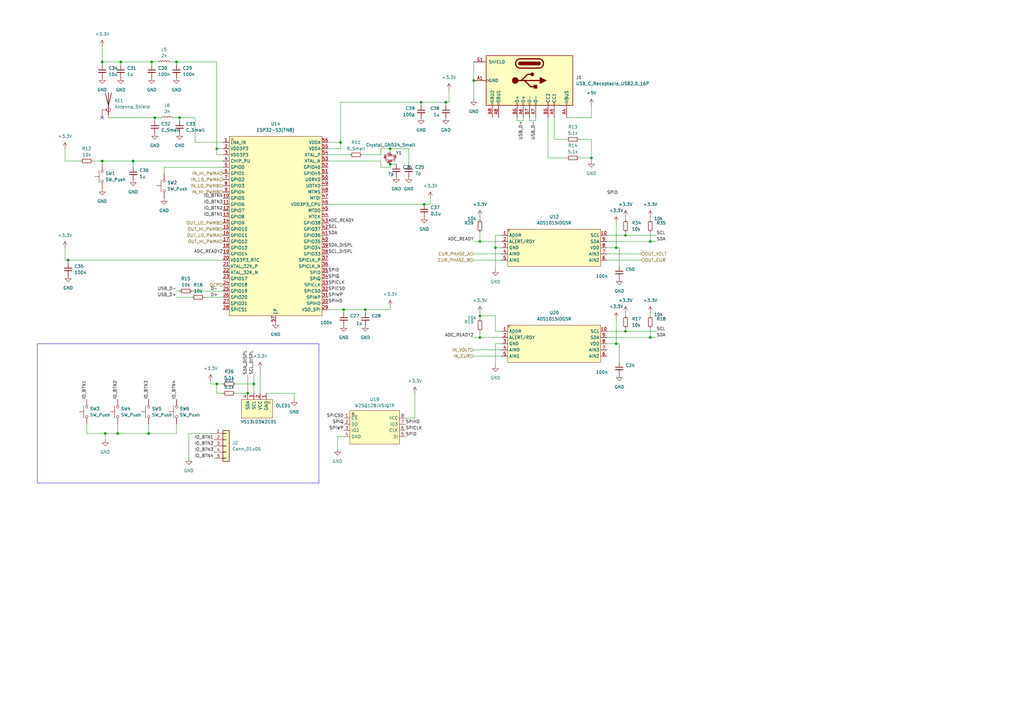
<source format=kicad_sch>
(kicad_sch (version 20231120) (generator "eeschema") (generator_version "8.0")
  (paper "A3")
  (lib_symbols
    (symbol "Connector:USB_C_Receptacle_USB2.0_16P" (pin_names (offset 1.016))
      (property "Reference" "J" (at 0 22.225 0))
      (property "Value" "USB_C_Receptacle_USB2.0_16P" (at 0 19.685 0))
      (symbol "USB_C_Receptacle_USB2.0_16P_1_1"
        (pin passive line (at 0 -22.86 90) (length 5.08) (name "GND") (number "A1"))
        (pin passive line (at 0 -22.86 90) (length 5.08) hide (name "GND") (number "A12"))
        (pin passive line (at 15.24 15.24 180) (length 5.08) (name "VBUS") (number "A4"))
        (pin bidirectional line (at 15.24 10.16 180) (length 5.08) (name "CC1") (number "A5"))
        (pin bidirectional line (at 15.24 -2.54 180) (length 5.08) (name "D+") (number "A6"))
        (pin bidirectional line (at 15.24 2.54 180) (length 5.08) (name "D-") (number "A7"))
        (pin bidirectional line (at 15.24 -12.7 180) (length 5.08) (name "SBU1") (number "A8"))
        (pin passive line (at 15.24 15.24 180) (length 5.08) hide (name "VBUS") (number "A9"))
        (pin passive line (at 0 -22.86 90) (length 5.08) hide (name "GND") (number "B1"))
        (pin passive line (at 0 -22.86 90) (length 5.08) hide (name "GND") (number "B12"))
        (pin passive line (at 15.24 15.24 180) (length 5.08) hide (name "VBUS") (number "B4"))
        (pin bidirectional line (at 15.24 7.62 180) (length 5.08) (name "CC2") (number "B5"))
        (pin bidirectional line (at 15.24 -5.08 180) (length 5.08) (name "D+") (number "B6"))
        (pin bidirectional line (at 15.24 0 180) (length 5.08) (name "D-") (number "B7"))
        (pin bidirectional line (at 15.24 -15.24 180) (length 5.08) (name "SBU2") (number "B8"))
        (pin passive line (at 15.24 15.24 180) (length 5.08) hide (name "VBUS") (number "B9"))
        (pin passive line (at -7.62 -22.86 90) (length 5.08) (name "SHIELD") (number "S1"))
      )
    )
    (symbol "Connector_Generic:Conn_01x05" (pin_names (offset 1.016) hide)
      (property "Reference" "J" (at 0 7.62 0))
      (property "Value" "Conn_01x05" (at 0 -7.62 0))
      (symbol "Conn_01x05_1_1"
        (pin passive line (at -5.08 5.08 0) (length 3.81) (name "Pin_1") (number "1"))
        (pin passive line (at -5.08 2.54 0) (length 3.81) (name "Pin_2") (number "2"))
        (pin passive line (at -5.08 0 0) (length 3.81) (name "Pin_3") (number "3"))
        (pin passive line (at -5.08 -2.54 0) (length 3.81) (name "Pin_4") (number "4"))
        (pin passive line (at -5.08 -5.08 0) (length 3.81) (name "Pin_5") (number "5"))
      )
    )
    (symbol "Device:Antenna_Shield" (pin_numbers hide) (pin_names (offset 1.016) hide)
      (property "Reference" "AE" (at -1.905 4.445 0))
      (property "Value" "Antenna_Shield" (at -1.905 2.54 0))
      (symbol "Antenna_Shield_1_1"
        (pin input line (at 0 -5.08 90) (length 2.54) (name "A") (number "1"))
        (pin input line (at 2.54 -5.08 90) (length 2.54) (name "Shield") (number "2"))
      )
    )
    (symbol "Device:C_Small" (pin_numbers hide) (pin_names (offset 0.254) hide)
      (property "Reference" "C" (at 0.254 1.778 0))
      (property "Value" "C_Small" (at 0.254 -2.032 0))
      (symbol "C_Small_1_1"
        (pin passive line (at 0 2.54 270) (length 2.032) (name "~") (number "1"))
        (pin passive line (at 0 -2.54 90) (length 2.032) (name "~") (number "2"))
      )
    )
    (symbol "Device:Crystal_GND24_Small" (pin_names (offset 1.016) hide)
      (property "Reference" "Y" (at 1.27 4.445 0))
      (property "Value" "Crystal_GND24_Small" (at 1.27 2.54 0))
      (symbol "Crystal_GND24_Small_1_1"
        (pin passive line (at -2.54 0 0) (length 1.27) (name "1") (number "1"))
        (pin passive line (at 0 -2.54 90) (length 0.635) (name "2") (number "2"))
        (pin passive line (at 2.54 0 180) (length 1.27) (name "3") (number "3"))
        (pin passive line (at 0 2.54 270) (length 0.635) (name "4") (number "4"))
      )
    )
    (symbol "Device:L_Small" (pin_numbers hide) (pin_names (offset 0.254) hide)
      (property "Reference" "L" (at 0.762 1.016 0))
      (property "Value" "L_Small" (at 0.762 -1.016 0))
      (symbol "L_Small_1_1"
        (pin passive line (at 0 2.54 270) (length 0.508) (name "~") (number "1"))
        (pin passive line (at 0 -2.54 90) (length 0.508) (name "~") (number "2"))
      )
    )
    (symbol "Device:R_Small" (pin_numbers hide) (pin_names (offset 0.254) hide)
      (property "Reference" "R" (at 0.762 0.508 0))
      (property "Value" "R_Small" (at 0.762 -1.016 0))
      (symbol "R_Small_1_1"
        (pin passive line (at 0 2.54 270) (length 0.762) (name "~") (number "1"))
        (pin passive line (at 0 -2.54 90) (length 0.762) (name "~") (number "2"))
      )
    )
    (symbol "Switch:SW_Push" (pin_numbers hide) (pin_names (offset 1.016) hide)
      (property "Reference" "SW" (at 1.27 2.54 0))
      (property "Value" "SW_Push" (at 0 -1.524 0))
      (symbol "SW_Push_0_1"
        (pin passive line (at -5.08 0 0) (length 2.54) (name "1") (number "1"))
        (pin passive line (at 5.08 0 180) (length 2.54) (name "2") (number "2"))
      )
    )
    (symbol "easyeda2kicad:ADS1015IDGSR"
      (property "Reference" "U" (at 0 10.16 0))
      (property "Value" "ADS1015IDGSR" (at 0 -10.16 0))
      (symbol "ADS1015IDGSR_0_1"
        (pin unspecified line (at -21.59 5.08 0) (length 2.54) (name "ADDR") (number "1"))
        (pin unspecified line (at 21.59 5.08 180) (length 2.54) (name "SCL") (number "10"))
        (pin unspecified line (at -21.59 2.54 0) (length 2.54) (name "ALERT/RDY") (number "2"))
        (pin unspecified line (at -21.59 0 0) (length 2.54) (name "GND") (number "3"))
        (pin unspecified line (at -21.59 -2.54 0) (length 2.54) (name "AIN0") (number "4"))
        (pin unspecified line (at -21.59 -5.08 0) (length 2.54) (name "AIN1") (number "5"))
        (pin unspecified line (at 21.59 -5.08 180) (length 2.54) (name "AIN2") (number "6"))
        (pin unspecified line (at 21.59 -2.54 180) (length 2.54) (name "AIN3") (number "7"))
        (pin unspecified line (at 21.59 0 180) (length 2.54) (name "VDD") (number "8"))
        (pin unspecified line (at 21.59 2.54 180) (length 2.54) (name "SDA") (number "9"))
      )
    )
    (symbol "easyeda2kicad:ESP32-S3(FN8)"
      (property "Reference" "U" (at 0 39.37 0))
      (property "Value" "ESP32-S3(FN8)" (at 0 -44.45 0))
      (symbol "ESP32-S3(FN8)_0_1"
        (pin unspecified line (at -21.59 34.29 0) (length 2.54) (name "LNA_IN") (number "1"))
        (pin unspecified line (at -21.59 11.43 0) (length 2.54) (name "GPIO5") (number "10"))
        (pin unspecified line (at -21.59 8.89 0) (length 2.54) (name "GPIO6") (number "11"))
        (pin unspecified line (at -21.59 6.35 0) (length 2.54) (name "GPIO7") (number "12"))
        (pin unspecified line (at -21.59 3.81 0) (length 2.54) (name "GPIO8") (number "13"))
        (pin unspecified line (at -21.59 1.27 0) (length 2.54) (name "GPIO9") (number "14"))
        (pin unspecified line (at -21.59 -1.27 0) (length 2.54) (name "GPIO10") (number "15"))
        (pin unspecified line (at -21.59 -3.81 0) (length 2.54) (name "GPIO11") (number "16"))
        (pin unspecified line (at -21.59 -6.35 0) (length 2.54) (name "GPIO12") (number "17"))
        (pin unspecified line (at -21.59 -8.89 0) (length 2.54) (name "GPIO13") (number "18"))
        (pin unspecified line (at -21.59 -11.43 0) (length 2.54) (name "GPIO14") (number "19"))
        (pin unspecified line (at -21.59 31.75 0) (length 2.54) (name "VDD3P3") (number "2"))
        (pin unspecified line (at -21.59 -13.97 0) (length 2.54) (name "VDD3P3_RTC") (number "20"))
        (pin unspecified line (at -21.59 -16.51 0) (length 2.54) (name "XTAL_32K_P") (number "21"))
        (pin unspecified line (at -21.59 -19.05 0) (length 2.54) (name "XTAL_32K_N") (number "22"))
        (pin unspecified line (at -21.59 -21.59 0) (length 2.54) (name "GPIO17") (number "23"))
        (pin unspecified line (at -21.59 -24.13 0) (length 2.54) (name "GPIO18") (number "24"))
        (pin unspecified line (at -21.59 -26.67 0) (length 2.54) (name "GPIO19") (number "25"))
        (pin unspecified line (at -21.59 -29.21 0) (length 2.54) (name "GPIO20") (number "26"))
        (pin unspecified line (at -21.59 -31.75 0) (length 2.54) (name "GPIO21") (number "27"))
        (pin unspecified line (at -21.59 -34.29 0) (length 2.54) (name "SPICS1") (number "28"))
        (pin unspecified line (at 21.59 -34.29 180) (length 2.54) (name "VDD_SPI") (number "29"))
        (pin unspecified line (at -21.59 29.21 0) (length 2.54) (name "VDD3P3") (number "3"))
        (pin unspecified line (at 21.59 -31.75 180) (length 2.54) (name "SPIHD") (number "30"))
        (pin unspecified line (at 21.59 -29.21 180) (length 2.54) (name "SPIWP") (number "31"))
        (pin unspecified line (at 21.59 -26.67 180) (length 2.54) (name "SPICS0") (number "32"))
        (pin unspecified line (at 21.59 -24.13 180) (length 2.54) (name "SPICLK") (number "33"))
        (pin unspecified line (at 21.59 -21.59 180) (length 2.54) (name "SPIQ") (number "34"))
        (pin unspecified line (at 21.59 -19.05 180) (length 2.54) (name "SPID") (number "35"))
        (pin unspecified line (at 21.59 -16.51 180) (length 2.54) (name "SPICLK_N") (number "36"))
        (pin unspecified line (at 21.59 -13.97 180) (length 2.54) (name "SPICLK_P") (number "37"))
        (pin unspecified line (at 21.59 -11.43 180) (length 2.54) (name "GPIO33") (number "38"))
        (pin unspecified line (at 21.59 -8.89 180) (length 2.54) (name "GPIO34") (number "39"))
        (pin unspecified line (at -21.59 26.67 0) (length 2.54) (name "CHIP_PU") (number "4"))
        (pin unspecified line (at 21.59 -6.35 180) (length 2.54) (name "GPIO35") (number "40"))
        (pin unspecified line (at 21.59 -3.81 180) (length 2.54) (name "GPIO36") (number "41"))
        (pin unspecified line (at 21.59 -1.27 180) (length 2.54) (name "GPIO37") (number "42"))
        (pin unspecified line (at 21.59 1.27 180) (length 2.54) (name "GPIO38") (number "43"))
        (pin unspecified line (at 21.59 3.81 180) (length 2.54) (name "MTCK") (number "44"))
        (pin unspecified line (at 21.59 6.35 180) (length 2.54) (name "MTDO") (number "45"))
        (pin unspecified line (at 21.59 8.89 180) (length 2.54) (name "VDD3P3_CPU") (number "46"))
        (pin unspecified line (at 21.59 11.43 180) (length 2.54) (name "MTDI") (number "47"))
        (pin unspecified line (at 21.59 13.97 180) (length 2.54) (name "MTMS") (number "48"))
        (pin unspecified line (at 21.59 16.51 180) (length 2.54) (name "U0TXD") (number "49"))
        (pin unspecified line (at -21.59 24.13 0) (length 2.54) (name "GPIO0") (number "5"))
        (pin unspecified line (at 21.59 19.05 180) (length 2.54) (name "U0RXD") (number "50"))
        (pin unspecified line (at 21.59 21.59 180) (length 2.54) (name "GPIO45") (number "51"))
        (pin unspecified line (at 21.59 24.13 180) (length 2.54) (name "GPIO46") (number "52"))
        (pin unspecified line (at 21.59 26.67 180) (length 2.54) (name "XTAL_N") (number "53"))
        (pin unspecified line (at 21.59 29.21 180) (length 2.54) (name "XTAL_P") (number "54"))
        (pin unspecified line (at 21.59 31.75 180) (length 2.54) (name "VDDA") (number "55"))
        (pin unspecified line (at 21.59 34.29 180) (length 2.54) (name "VDDA") (number "56"))
        (pin unspecified line (at 0 -39.37 90) (length 2.54) (name "EP") (number "57"))
        (pin unspecified line (at -21.59 21.59 0) (length 2.54) (name "GPIO1") (number "6"))
        (pin unspecified line (at -21.59 19.05 0) (length 2.54) (name "GPIO2") (number "7"))
        (pin unspecified line (at -21.59 16.51 0) (length 2.54) (name "GPIO3") (number "8"))
        (pin unspecified line (at -21.59 13.97 0) (length 2.54) (name "GPIO4") (number "9"))
      )
    )
    (symbol "easyeda2kicad:HS13L03W2C01"
      (property "Reference" "OLED" (at 0 8.89 0))
      (property "Value" "HS13L03W2C01" (at 0 -8.89 0))
      (symbol "HS13L03W2C01_0_1"
        (pin unspecified line (at -5.08 3.81 0) (length 2.54) (name "GND") (number "1"))
        (pin unspecified line (at -5.08 1.27 0) (length 2.54) (name "VCC") (number "2"))
        (pin unspecified line (at -5.08 -1.27 0) (length 2.54) (name "SCL") (number "3"))
        (pin unspecified line (at -5.08 -3.81 0) (length 2.54) (name "SDA") (number "4"))
      )
    )
    (symbol "easyeda2kicad:W25Q128JVSIQTR"
      (property "Reference" "U" (at 0 8.89 0))
      (property "Value" "W25Q128JVSIQTR" (at 0 -8.89 0))
      (symbol "W25Q128JVSIQTR_0_1"
        (pin unspecified line (at -12.7 3.81 0) (length 2.54) (name "~{CS}") (number "1"))
        (pin unspecified line (at -12.7 1.27 0) (length 2.54) (name "DO") (number "2"))
        (pin unspecified line (at -12.7 -1.27 0) (length 2.54) (name "IO2") (number "3"))
        (pin unspecified line (at -12.7 -3.81 0) (length 2.54) (name "GND") (number "4"))
        (pin unspecified line (at 12.7 -3.81 180) (length 2.54) (name "DI") (number "5"))
        (pin unspecified line (at 12.7 -1.27 180) (length 2.54) (name "CLK") (number "6"))
        (pin unspecified line (at 12.7 1.27 180) (length 2.54) (name "IO3") (number "7"))
        (pin unspecified line (at 12.7 3.81 180) (length 2.54) (name "VCC") (number "8"))
      )
    )
    (symbol "power:+12V" (power) (pin_numbers hide) (pin_names (offset 0) hide)
      (property "Value" "+12V" (at 0 3.556 0))
      (symbol "+12V_1_1"
        (pin power_in line (at 0 0 90) (length 0) (name "~") (number "1"))
      )
    )
    (symbol "power:+3.3V" (power) (pin_numbers hide) (pin_names (offset 0) hide)
      (property "Value" "+3.3V" (at 0 3.556 0))
      (symbol "+3.3V_1_1"
        (pin power_in line (at 0 0 90) (length 0) (name "~") (number "1"))
      )
    )
    (symbol "power:GND" (power) (pin_numbers hide) (pin_names (offset 0) hide)
      (property "Value" "GND" (at 0 -3.81 0))
      (symbol "GND_1_1"
        (pin power_in line (at 0 0 270) (length 0) (name "~") (number "1"))
      )
    )
  )
  (junction (at 182.88 41.91))
  (junction (at 160.02 60.96))
  (junction (at 60.96 177.8))
  (junction (at 27.94 106.68))
  (junction (at 49.53 25.4))
  (junction (at 172.72 41.91))
  (junction (at 101.6 161.29))
  (junction (at 252.73 140.97))
  (junction (at 149.86 127))
  (junction (at 196.85 138.43))
  (junction (at 160.02 67.31))
  (junction (at 73.66 48.26))
  (junction (at 72.39 25.4))
  (junction (at 88.9 157.48))
  (junction (at 266.7 138.43))
  (junction (at 140.97 127))
  (junction (at 88.9 60.96))
  (junction (at 256.54 96.52))
  (junction (at 242.57 64.77))
  (junction (at 256.54 135.89))
  (junction (at 139.7 58.42))
  (junction (at 196.85 129.54))
  (junction (at 194.31 33.02))
  (junction (at 62.23 25.4))
  (junction (at 173.99 83.82))
  (junction (at 196.85 99.06))
  (junction (at 43.18 177.8))
  (junction (at 41.91 66.04))
  (junction (at 41.91 25.4))
  (junction (at 266.7 99.06))
  (junction (at 48.26 177.8))
  (junction (at 252.73 101.6))
  (junction (at 54.61 66.04))
  (junction (at 203.2 101.6))
  (junction (at 63.5 48.26))
  (junction (at 104.14 157.48))
  (no_connect (at 41.91 48.26))
  (wire (pts (xy 256.54 95.25) (xy 256.54 96.52)))
  (wire (pts (xy 248.92 101.6) (xy 252.73 101.6)))
  (wire (pts (xy 227.33 57.15) (xy 232.41 57.15)))
  (wire (pts (xy 262.89 104.14) (xy 248.92 104.14)))
  (wire (pts (xy 196.85 88.9) (xy 196.85 90.17)))
  (wire (pts (xy 227.33 48.26) (xy 227.33 57.15)))
  (wire (pts (xy 77.47 177.8) (xy 87.63 177.8)))
  (wire (pts (xy 248.92 135.89) (xy 256.54 135.89)))
  (wire (pts (xy 43.18 177.8) (xy 48.26 177.8)))
  (wire (pts (xy 196.85 138.43) (xy 194.31 138.43)))
  (wire (pts (xy 91.44 157.48) (xy 88.9 157.48)))
  (wire (pts (xy 248.92 96.52) (xy 256.54 96.52)))
  (wire (pts (xy 160.02 60.96) (xy 167.64 60.96)))
  (wire (pts (xy 44.45 48.26) (xy 63.5 48.26)))
  (wire (pts (xy 49.53 25.4) (xy 49.53 26.67)))
  (wire (pts (xy 203.2 135.89) (xy 203.2 129.54)))
  (wire (pts (xy 149.86 127) (xy 160.02 127)))
  (wire (pts (xy 172.72 41.91) (xy 182.88 41.91)))
  (wire (pts (xy 242.57 64.77) (xy 242.57 57.15)))
  (wire (pts (xy 67.31 68.58) (xy 91.44 68.58)))
  (wire (pts (xy 182.88 41.91) (xy 184.15 41.91)))
  (wire (pts (xy 160.02 68.58) (xy 156.21 68.58)))
  (wire (pts (xy 139.7 41.91) (xy 172.72 41.91)))
  (wire (pts (xy 194.31 143.51) (xy 205.74 143.51)))
  (wire (pts (xy 72.39 121.92) (xy 78.74 121.92)))
  (wire (pts (xy 242.57 43.18) (xy 242.57 48.26)))
  (wire (pts (xy 91.44 106.68) (xy 27.94 106.68)))
  (wire (pts (xy 214.63 49.53) (xy 214.63 48.26)))
  (wire (pts (xy 49.53 25.4) (xy 41.91 25.4)))
  (wire (pts (xy 78.74 119.38) (xy 91.44 119.38)))
  (wire (pts (xy 205.74 101.6) (xy 203.2 101.6)))
  (wire (pts (xy 66.04 48.26) (xy 63.5 48.26)))
  (wire (pts (xy 266.7 95.25) (xy 266.7 99.06)))
  (wire (pts (xy 63.5 48.26) (xy 63.5 49.53)))
  (wire (pts (xy 54.61 66.04) (xy 54.61 68.58)))
  (wire (pts (xy 134.62 60.96) (xy 139.7 60.96)))
  (wire (pts (xy 194.31 106.68) (xy 205.74 106.68)))
  (wire (pts (xy 72.39 25.4) (xy 88.9 25.4)))
  (wire (pts (xy 60.96 177.8) (xy 72.39 177.8)))
  (wire (pts (xy 38.1 66.04) (xy 41.91 66.04)))
  (wire (pts (xy 196.85 135.89) (xy 196.85 138.43)))
  (wire (pts (xy 224.79 48.26) (xy 224.79 64.77)))
  (wire (pts (xy 139.7 41.91) (xy 139.7 58.42)))
  (wire (pts (xy 88.9 63.5) (xy 88.9 60.96)))
  (wire (pts (xy 203.2 101.6) (xy 203.2 110.49)))
  (wire (pts (xy 256.54 128.27) (xy 256.54 129.54)))
  (wire (pts (xy 194.31 146.05) (xy 205.74 146.05)))
  (wire (pts (xy 72.39 25.4) (xy 72.39 26.67)))
  (wire (pts (xy 160.02 67.31) (xy 162.56 67.31)))
  (wire (pts (xy 67.31 71.12) (xy 67.31 68.58)))
  (wire (pts (xy 134.62 63.5) (xy 143.51 63.5)))
  (wire (pts (xy 248.92 138.43) (xy 266.7 138.43)))
  (wire (pts (xy 83.82 121.92) (xy 91.44 121.92)))
  (wire (pts (xy 62.23 25.4) (xy 49.53 25.4)))
  (wire (pts (xy 91.44 63.5) (xy 88.9 63.5)))
  (wire (pts (xy 217.17 49.53) (xy 219.71 49.53)))
  (wire (pts (xy 43.18 177.8) (xy 43.18 180.34)))
  (wire (pts (xy 166.37 171.45) (xy 170.18 171.45)))
  (wire (pts (xy 148.59 63.5) (xy 156.21 63.5)))
  (wire (pts (xy 140.97 127) (xy 149.86 127)))
  (wire (pts (xy 88.9 25.4) (xy 88.9 60.96)))
  (wire (pts (xy 27.94 106.68) (xy 27.94 107.95)))
  (wire (pts (xy 35.56 177.8) (xy 43.18 177.8)))
  (wire (pts (xy 26.67 101.6) (xy 26.67 106.68)))
  (wire (pts (xy 156.21 66.04) (xy 156.21 68.58)))
  (wire (pts (xy 167.64 67.31) (xy 167.64 60.96)))
  (wire (pts (xy 170.18 171.45) (xy 170.18 161.29)))
  (wire (pts (xy 134.62 58.42) (xy 139.7 58.42)))
  (wire (pts (xy 256.54 135.89) (xy 269.24 135.89)))
  (wire (pts (xy 252.73 140.97) (xy 254 140.97)))
  (wire (pts (xy 205.74 140.97) (xy 203.2 140.97)))
  (wire (pts (xy 160.02 60.96) (xy 160.02 62.23)))
  (wire (pts (xy 212.09 48.26) (xy 212.09 49.53)))
  (wire (pts (xy 224.79 64.77) (xy 232.41 64.77)))
  (wire (pts (xy 77.47 177.8) (xy 77.47 187.96)))
  (wire (pts (xy 196.85 99.06) (xy 194.31 99.06)))
  (wire (pts (xy 41.91 25.4) (xy 41.91 26.67)))
  (wire (pts (xy 64.77 25.4) (xy 62.23 25.4)))
  (wire (pts (xy 196.85 95.25) (xy 196.85 99.06)))
  (wire (pts (xy 88.9 60.96) (xy 91.44 60.96)))
  (wire (pts (xy 88.9 161.29) (xy 88.9 157.48)))
  (wire (pts (xy 254 101.6) (xy 254 109.22)))
  (wire (pts (xy 86.36 157.48) (xy 86.36 156.21)))
  (wire (pts (xy 205.74 135.89) (xy 203.2 135.89)))
  (wire (pts (xy 172.72 41.91) (xy 172.72 43.18)))
  (wire (pts (xy 91.44 58.42) (xy 80.01 58.42)))
  (wire (pts (xy 62.23 25.4) (xy 62.23 26.67)))
  (wire (pts (xy 96.52 161.29) (xy 101.6 161.29)))
  (wire (pts (xy 254 140.97) (xy 254 148.59)))
  (wire (pts (xy 196.85 128.27) (xy 196.85 129.54)))
  (wire (pts (xy 35.56 173.99) (xy 35.56 177.8)))
  (wire (pts (xy 205.74 99.06) (xy 196.85 99.06)))
  (wire (pts (xy 139.7 60.96) (xy 139.7 58.42)))
  (wire (pts (xy 120.65 161.29) (xy 120.65 163.83)))
  (wire (pts (xy 80.01 58.42) (xy 80.01 48.26)))
  (wire (pts (xy 242.57 66.04) (xy 242.57 64.77)))
  (wire (pts (xy 217.17 48.26) (xy 217.17 49.53)))
  (wire (pts (xy 203.2 140.97) (xy 203.2 149.86)))
  (wire (pts (xy 106.68 151.13) (xy 106.68 161.29)))
  (wire (pts (xy 252.73 140.97) (xy 252.73 130.81)))
  (wire (pts (xy 134.62 66.04) (xy 156.21 66.04)))
  (wire (pts (xy 72.39 177.8) (xy 72.39 173.99)))
  (wire (pts (xy 232.41 48.26) (xy 242.57 48.26)))
  (wire (pts (xy 156.21 63.5) (xy 156.21 60.96)))
  (wire (pts (xy 176.53 83.82) (xy 176.53 81.28)))
  (wire (pts (xy 104.14 153.67) (xy 104.14 157.48)))
  (wire (pts (xy 71.12 48.26) (xy 73.66 48.26)))
  (wire (pts (xy 212.09 49.53) (xy 214.63 49.53)))
  (wire (pts (xy 41.91 19.05) (xy 41.91 25.4)))
  (wire (pts (xy 203.2 96.52) (xy 203.2 101.6)))
  (wire (pts (xy 266.7 99.06) (xy 269.24 99.06)))
  (wire (pts (xy 266.7 88.9) (xy 266.7 90.17)))
  (wire (pts (xy 160.02 67.31) (xy 160.02 68.58)))
  (wire (pts (xy 173.99 83.82) (xy 176.53 83.82)))
  (wire (pts (xy 109.22 161.29) (xy 120.65 161.29)))
  (wire (pts (xy 41.91 66.04) (xy 41.91 67.31)))
  (wire (pts (xy 54.61 66.04) (xy 41.91 66.04)))
  (wire (pts (xy 184.15 36.83) (xy 184.15 41.91)))
  (wire (pts (xy 80.01 48.26) (xy 73.66 48.26)))
  (wire (pts (xy 134.62 83.82) (xy 173.99 83.82)))
  (wire (pts (xy 194.31 33.02) (xy 194.31 40.64)))
  (wire (pts (xy 219.71 48.26) (xy 219.71 49.53)))
  (wire (pts (xy 101.6 153.67) (xy 101.6 161.29)))
  (wire (pts (xy 194.31 25.4) (xy 194.31 33.02)))
  (wire (pts (xy 91.44 161.29) (xy 88.9 161.29)))
  (wire (pts (xy 205.74 138.43) (xy 196.85 138.43)))
  (wire (pts (xy 237.49 64.77) (xy 242.57 64.77)))
  (wire (pts (xy 149.86 127) (xy 149.86 128.27)))
  (wire (pts (xy 104.14 157.48) (xy 104.14 161.29)))
  (wire (pts (xy 140.97 127) (xy 140.97 128.27)))
  (wire (pts (xy 266.7 138.43) (xy 269.24 138.43)))
  (wire (pts (xy 248.92 140.97) (xy 252.73 140.97)))
  (wire (pts (xy 256.54 96.52) (xy 269.24 96.52)))
  (wire (pts (xy 73.66 48.26) (xy 73.66 49.53)))
  (wire (pts (xy 54.61 66.04) (xy 91.44 66.04)))
  (wire (pts (xy 256.54 88.9) (xy 256.54 90.17)))
  (wire (pts (xy 205.74 96.52) (xy 203.2 96.52)))
  (wire (pts (xy 160.02 127) (xy 160.02 125.73)))
  (wire (pts (xy 196.85 130.81) (xy 196.85 129.54)))
  (wire (pts (xy 252.73 101.6) (xy 254 101.6)))
  (wire (pts (xy 134.62 127) (xy 140.97 127)))
  (wire (pts (xy 48.26 177.8) (xy 60.96 177.8)))
  (wire (pts (xy 194.31 104.14) (xy 205.74 104.14)))
  (wire (pts (xy 27.94 106.68) (xy 26.67 106.68)))
  (wire (pts (xy 26.67 66.04) (xy 26.67 60.96)))
  (wire (pts (xy 256.54 134.62) (xy 256.54 135.89)))
  (wire (pts (xy 72.39 119.38) (xy 73.66 119.38)))
  (wire (pts (xy 156.21 60.96) (xy 160.02 60.96)))
  (wire (pts (xy 182.88 41.91) (xy 182.88 43.18)))
  (wire (pts (xy 140.97 179.07) (xy 138.43 179.07)))
  (wire (pts (xy 266.7 134.62) (xy 266.7 138.43)))
  (wire (pts (xy 48.26 173.99) (xy 48.26 177.8)))
  (wire (pts (xy 203.2 129.54) (xy 196.85 129.54)))
  (wire (pts (xy 33.02 66.04) (xy 26.67 66.04)))
  (wire (pts (xy 69.85 25.4) (xy 72.39 25.4)))
  (wire (pts (xy 262.89 106.68) (xy 248.92 106.68)))
  (wire (pts (xy 96.52 157.48) (xy 104.14 157.48)))
  (wire (pts (xy 242.57 57.15) (xy 237.49 57.15)))
  (wire (pts (xy 248.92 99.06) (xy 266.7 99.06)))
  (wire (pts (xy 60.96 173.99) (xy 60.96 177.8)))
  (wire (pts (xy 266.7 128.27) (xy 266.7 129.54)))
  (wire (pts (xy 88.9 157.48) (xy 86.36 157.48)))
  (wire (pts (xy 252.73 101.6) (xy 252.73 91.44)))
  (wire (pts (xy 138.43 179.07) (xy 138.43 184.15)))
  (rectangle (start 15.24 140.97) (end 130.81 198.12))
  (label "IO_BTN3" (at 87.63 185.42 180))
  (label "SDA_DISPL" (at 134.62 101.6 0))
  (label "SPICS0" (at 140.97 171.45 180))
  (label "IO_BTN1" (at 35.56 163.83 90))
  (label "IO_BTN2" (at 48.26 163.83 90))
  (label "IO_BTN1" (at 91.44 88.9 180))
  (label "SPICLK" (at 134.62 116.84 0))
  (label "SDA_DISPL" (at 101.6 153.67 90))
  (label "SPIWP" (at 140.97 176.53 180))
  (label "SPID" (at 248.92 80.01 0))
  (label "SPIQ" (at 134.62 114.3 0))
  (label "SCL" (at 269.24 96.52 0))
  (label "USB_D-" (at 219.71 49.53 270))
  (label "SPID" (at 166.37 179.07 0))
  (label "ADC_READY2" (at 194.31 138.43 180))
  (label "IO_BTN3" (at 60.96 163.83 90))
  (label "IO_BTN4" (at 87.63 187.96 180))
  (label "SCL" (at 134.62 93.98 0))
  (label "SDA" (at 269.24 138.43 0))
  (label "SCL" (at 269.24 135.89 0))
  (label "SPICLK" (at 166.37 176.53 0))
  (label "ADC_READY" (at 134.62 91.44 0))
  (label "SPIHD" (at 166.37 173.99 0))
  (label "IO_BTN2" (at 87.63 182.88 180))
  (label "D-" (at 86.36 119.38 0))
  (label "ADC_READY2" (at 91.44 104.14 180))
  (label "SPICS0" (at 134.62 119.38 0))
  (label "SPID" (at 134.62 111.76 0))
  (label "IO_BTN1" (at 87.63 180.34 180))
  (label "IO_BTN2" (at 91.44 86.36 180))
  (label "USB_D-" (at 72.39 119.38 180))
  (label "SCL_DISPL" (at 134.62 104.14 0))
  (label "IO_BTN4" (at 72.39 163.83 90))
  (label "ADC_READY" (at 194.31 99.06 180))
  (label "SDA" (at 134.62 96.52 0))
  (label "SDA" (at 269.24 99.06 0))
  (label "SCL_DISPL" (at 104.14 153.67 90))
  (label "IO_BTN4" (at 91.44 81.28 180))
  (label "SPIQ" (at 140.97 173.99 180))
  (label "SPIWP" (at 134.62 121.92 0))
  (label "USB_D+" (at 72.39 121.92 180))
  (label "D+" (at 86.36 121.92 0))
  (label "SPIHD" (at 134.62 124.46 0))
  (label "IO_BTN3" (at 91.44 83.82 180))
  (label "USB_D+" (at 214.63 49.53 270))
  (hierarchical_label "OUT_CUR" (shape input) (at 262.89 106.68 0))
  (hierarchical_label "IN_HI_PWMA" (shape input) (at 91.44 71.12 180))
  (hierarchical_label "CUR_PHASE_A" (shape input) (at 194.31 104.14 180))
  (hierarchical_label "OUT_LO_PWMB" (shape input) (at 91.44 91.44 180))
  (hierarchical_label "OUT_LO_PWMA" (shape input) (at 91.44 96.52 180))
  (hierarchical_label "IN_LO_PWMB" (shape input) (at 91.44 76.2 180))
  (hierarchical_label "IN_LO_PWMA" (shape input) (at 91.44 73.66 180))
  (hierarchical_label "IN_CUR" (shape input) (at 194.31 146.05 180))
  (hierarchical_label "OUT_VOLT" (shape input) (at 262.89 104.14 0))
  (hierarchical_label "CUR_PHASE_B" (shape input) (at 194.31 106.68 180))
  (hierarchical_label "OUT_HI_PWMB" (shape input) (at 91.44 93.98 180))
  (hierarchical_label "IN_HI_PWMB" (shape input) (at 91.44 78.74 180))
  (hierarchical_label "OCP" (shape input) (at 91.44 116.84 180))
  (hierarchical_label "IN_VOLT" (shape input) (at 194.31 143.51 180))
  (hierarchical_label "OUT_HI_PWMA" (shape input) (at 91.44 99.06 180))
  (symbol (lib_id "power:GND") (at 120.65 163.83 0) (unit 1)
    (property "Reference" "#PWR075" (effects (hide yes)))
    (property "Value" "GND" (at 120.65 168.91 0))
    (property "Description" "Power symbol creates a global label with name \"GND\" , ground" (effects (hide yes)))
  )
  (symbol (lib_id "power:GND") (at 54.61 73.66 0) (unit 1)
    (property "Reference" "#PWR051" (effects (hide yes)))
    (property "Value" "GND" (at 54.61 78.74 0))
    (property "Description" "Power symbol creates a global label with name \"GND\" , ground" (effects (hide yes)))
  )
  (symbol (lib_id "power:+3.3V") (at 106.68 151.13 0) (mirror y) (unit 1)
    (property "Reference" "#PWR076" (effects (hide yes)))
    (property "Value" "+3.3V" (at 106.68 146.05 0))
    (property "Description" "Power symbol creates a global label with name \"+3.3V\"" (effects (hide yes)))
  )
  (symbol (lib_id "power:GND") (at 203.2 149.86 0) (unit 1)
    (property "Reference" "#PWR064" (effects (hide yes)))
    (property "Value" "GND" (at 203.2 154.94 0))
    (property "Description" "Power symbol creates a global label with name \"GND\" , ground" (effects (hide yes)))
  )
  (symbol (lib_id "power:GND") (at 72.39 31.75 0) (unit 1)
    (property "Reference" "#PWR042" (effects (hide yes)))
    (property "Value" "GND" (at 72.39 36.83 0))
    (property "Description" "Power symbol creates a global label with name \"GND\" , ground" (effects (hide yes)))
  )
  (symbol (lib_id "Device:R_Small") (at 93.98 161.29 270) (unit 1)
    (property "Reference" "R37" (at 93.98 156.21 90))
    (property "Value" "5.1k" (at 93.98 158.75 90))
    (property "Footprint" "Resistor_SMD:R_0402_1005Metric" (effects (hide yes)))
    (property "Description" "Resistor, small symbol" (effects (hide yes)))
  )
  (symbol (lib_id "Switch:SW_Push") (at 41.91 72.39 90) (unit 1)
    (property "Reference" "SW1" (at 43.18 71.1199 90) (effects (justify right)))
    (property "Value" "SW_Push" (at 43.18 73.6599 90) (effects (justify right)))
    (property "Footprint" "Button_Switch_SMD:SW_Push_SPST_NO_Alps_SKRK" (effects (hide yes)))
    (property "Description" "Push button switch, generic, two pins" (effects (hide yes)))
  )
  (symbol (lib_id "power:+3.3V") (at 170.18 161.29 0) (unit 1)
    (property "Reference" "#PWR062" (effects (hide yes)))
    (property "Value" "+3.3V" (at 170.18 156.21 0))
    (property "Description" "Power symbol creates a global label with name \"+3.3V\"" (effects (hide yes)))
  )
  (symbol (lib_id "Connector:USB_C_Receptacle_USB2.0_16P") (at 217.17 33.02 270) (unit 1)
    (property "Reference" "J1" (at 236.22 31.7499 90) (effects (justify left)))
    (property "Value" "USB_C_Receptacle_USB2.0_16P" (at 236.22 34.2899 90) (effects (justify left)))
    (property "Footprint" "Connector_USB:USB_C_Receptacle_HRO_TYPE-C-31-M-12" (effects (hide yes)))
    (property "Datasheet" "https://www.usb.org/sites/default/files/documents/usb_type-c.zip" (effects (hide yes)))
    (property "Description" "USB 2.0-only 16P Type-C Receptacle connector" (effects (hide yes)))
  )
  (symbol (lib_id "easyeda2kicad:ADS1015IDGSR") (at 227.33 101.6 0) (unit 1)
    (property "Reference" "U12" (at 227.33 88.9 0))
    (property "Value" "ADS1015IDGSR" (at 227.33 91.44 0))
    (property "Footprint" "easyeda2kicad:VSSOP-10_L3.0-W3.0-P0.50-LS4.9-BL" (effects (hide yes)))
    (property "Datasheet" "https://lcsc.com/product-detail/Others_Texas-Instruments_ADS1015IDGSR_Texas-Instruments-TI-ADS1015IDGSR_C193969.html" (effects (hide yes)))
    (property "LCSC Part" "C193969" (effects (hide yes)))
  )
  (symbol (lib_id "power:GND") (at 254 114.3 0) (unit 1)
    (property "Reference" "#PWR090" (effects (hide yes)))
    (property "Value" "GND" (at 254 119.38 0))
    (property "Description" "Power symbol creates a global label with name \"GND\" , ground" (effects (hide yes)))
  )
  (symbol (lib_id "power:GND") (at 73.66 54.61 0) (unit 1)
    (property "Reference" "#PWR047" (effects (hide yes)))
    (property "Value" "GND" (at 73.66 59.69 0))
    (property "Description" "Power symbol creates a global label with name \"GND\" , ground" (effects (hide yes)))
  )
  (symbol (lib_id "power:GND") (at 242.57 66.04 0) (unit 1)
    (property "Reference" "#PWR056" (effects (hide yes)))
    (property "Value" "GND" (at 242.57 71.12 0))
    (property "Description" "Power symbol creates a global label with name \"GND\" , ground" (effects (hide yes)))
  )
  (symbol (lib_id "Device:L_Small") (at 68.58 48.26 90) (unit 1)
    (property "Reference" "L6" (at 68.58 43.18 90))
    (property "Value" "2n" (at 68.58 45.72 90))
    (property "Footprint" "Inductor_SMD:L_0402_1005Metric" (effects (hide yes)))
    (property "Description" "Inductor, small symbol" (effects (hide yes)))
  )
  (symbol (lib_id "easyeda2kicad:ESP32-S3(FN8)") (at 113.03 92.71 0) (unit 1)
    (property "Reference" "U14" (at 113.03 50.8 0))
    (property "Value" "ESP32-S3(FN8)" (at 113.03 53.34 0))
    (property "Footprint" "easyeda2kicad:QFN-56_L7.0-W7.0-P0.40-TL-EP4.0" (effects (hide yes)))
    (property "LCSC Part" "C2913196" (effects (hide yes)))
  )
  (symbol (lib_id "power:GND") (at 138.43 184.15 0) (unit 1)
    (property "Reference" "#PWR061" (effects (hide yes)))
    (property "Value" "GND" (at 138.43 189.23 0))
    (property "Description" "Power symbol creates a global label with name \"GND\" , ground" (effects (hide yes)))
  )
  (symbol (lib_id "Switch:SW_Push") (at 72.39 168.91 90) (unit 1)
    (property "Reference" "SW6" (at 73.66 167.6399 90) (effects (justify right)))
    (property "Value" "SW_Push" (at 73.66 170.1799 90) (effects (justify right)))
    (property "Footprint" "Button_Switch_SMD:SW_Push_SPST_NO_Alps_SKRK" (effects (hide yes)))
    (property "Description" "Push button switch, generic, two pins" (effects (hide yes)))
  )
  (symbol (lib_id "Device:R_Small") (at 196.85 92.71 0) (mirror x) (unit 1)
    (property "Reference" "R29" (at 194.31 91.4399 0) (effects (justify right)))
    (property "Value" "10k" (at 195.326 89.662 0) (effects (justify right)))
    (property "Footprint" "Resistor_SMD:R_0402_1005Metric" (effects (hide yes)))
    (property "Description" "Resistor, small symbol" (effects (hide yes)))
  )
  (symbol (lib_id "power:GND") (at 182.88 48.26 0) (mirror y) (unit 1)
    (property "Reference" "#PWR058" (effects (hide yes)))
    (property "Value" "GND" (at 182.88 53.34 0))
    (property "Description" "Power symbol creates a global label with name \"GND\" , ground" (effects (hide yes)))
  )
  (symbol (lib_id "power:GND") (at 254 153.67 0) (unit 1)
    (property "Reference" "#PWR068" (effects (hide yes)))
    (property "Value" "GND" (at 254 158.75 0))
    (property "Description" "Power symbol creates a global label with name \"GND\" , ground" (effects (hide yes)))
  )
  (symbol (lib_id "power:+3.3V") (at 266.7 128.27 0) (unit 1)
    (property "Reference" "#PWR067" (effects (hide yes)))
    (property "Value" "+3.3V" (at 266.7 123.19 0))
    (property "Description" "Power symbol creates a global label with name \"+3.3V\"" (effects (hide yes)))
  )
  (symbol (lib_id "easyeda2kicad:ADS1015IDGSR") (at 227.33 140.97 0) (unit 1)
    (property "Reference" "U20" (at 227.33 128.27 0))
    (property "Value" "ADS1015IDGSR" (at 227.33 130.81 0))
    (property "Footprint" "easyeda2kicad:VSSOP-10_L3.0-W3.0-P0.50-LS4.9-BL" (effects (hide yes)))
    (property "Datasheet" "https://lcsc.com/product-detail/Others_Texas-Instruments_ADS1015IDGSR_Texas-Instruments-TI-ADS1015IDGSR_C193969.html" (effects (hide yes)))
    (property "LCSC Part" "C193969" (effects (hide yes)))
  )
  (symbol (lib_id "Switch:SW_Push") (at 48.26 168.91 90) (unit 1)
    (property "Reference" "SW4" (at 49.53 167.6399 90) (effects (justify right)))
    (property "Value" "SW_Push" (at 49.53 170.1799 90) (effects (justify right)))
    (property "Footprint" "Button_Switch_SMD:SW_Push_SPST_NO_Alps_SKRK" (effects (hide yes)))
    (property "Description" "Push button switch, generic, two pins" (effects (hide yes)))
  )
  (symbol (lib_id "power:GND") (at 41.91 31.75 0) (unit 1)
    (property "Reference" "#PWR049" (effects (hide yes)))
    (property "Value" "GND" (at 41.91 36.83 0))
    (property "Description" "Power symbol creates a global label with name \"GND\" , ground" (effects (hide yes)))
  )
  (symbol (lib_id "Device:C_Small") (at 172.72 45.72 0) (mirror y) (unit 1)
    (property "Reference" "C39" (at 170.18 44.4562 0) (effects (justify left)))
    (property "Value" "100p" (at 170.18 46.9962 0) (effects (justify left)))
    (property "Footprint" "Capacitor_SMD:C_0402_1005Metric" (effects (hide yes)))
    (property "Description" "Unpolarized capacitor, small symbol" (effects (hide yes)))
  )
  (symbol (lib_id "power:GND") (at 63.5 54.61 0) (unit 1)
    (property "Reference" "#PWR046" (effects (hide yes)))
    (property "Value" "GND" (at 63.5 59.69 0))
    (property "Description" "Power symbol creates a global label with name \"GND\" , ground" (effects (hide yes)))
  )
  (symbol (lib_id "Device:L_Small") (at 67.31 25.4 90) (unit 1)
    (property "Reference" "L5" (at 67.31 20.32 90))
    (property "Value" "2n" (at 67.31 22.86 90))
    (property "Footprint" "Inductor_SMD:L_0402_1005Metric" (effects (hide yes)))
    (property "Description" "Inductor, small symbol" (effects (hide yes)))
  )
  (symbol (lib_id "Device:R_Small") (at 35.56 66.04 90) (unit 1)
    (property "Reference" "R12" (at 35.56 60.96 90))
    (property "Value" "10k" (at 35.56 63.5 90))
    (property "Footprint" "Resistor_SMD:R_0402_1005Metric" (effects (hide yes)))
    (property "Description" "Resistor, small symbol" (effects (hide yes)))
  )
  (symbol (lib_id "Device:C_Small") (at 62.23 29.21 0) (unit 1)
    (property "Reference" "C30" (at 64.77 27.9462 0) (effects (justify left)))
    (property "Value" "100n" (at 64.77 30.4862 0) (effects (justify left)))
    (property "Footprint" "Capacitor_SMD:C_0402_1005Metric" (effects (hide yes)))
    (property "Description" "Unpolarized capacitor, small symbol" (effects (hide yes)))
  )
  (symbol (lib_id "power:+3.3V") (at 252.73 91.44 0) (unit 1)
    (property "Reference" "#PWR089" (effects (hide yes)))
    (property "Value" "+3.3V" (at 252.73 86.36 0))
    (property "Description" "Power symbol creates a global label with name \"+3.3V\"" (effects (hide yes)))
  )
  (symbol (lib_id "power:GND") (at 167.64 72.39 0) (unit 1)
    (property "Reference" "#PWR038" (effects (hide yes)))
    (property "Value" "GND" (at 167.64 77.47 0))
    (property "Description" "Power symbol creates a global label with name \"GND\" , ground" (effects (hide yes)))
  )
  (symbol (lib_id "power:+3.3V") (at 256.54 128.27 0) (unit 1)
    (property "Reference" "#PWR066" (effects (hide yes)))
    (property "Value" "+3.3V" (at 256.54 123.19 0))
    (property "Description" "Power symbol creates a global label with name \"+3.3V\"" (effects (hide yes)))
  )
  (symbol (lib_id "Device:R_Small") (at 234.95 64.77 90) (unit 1)
    (property "Reference" "R14" (at 234.95 59.69 90))
    (property "Value" "5.1k" (at 234.95 62.23 90))
    (property "Footprint" "Resistor_SMD:R_0402_1005Metric" (effects (hide yes)))
    (property "Description" "Resistor, small symbol" (effects (hide yes)))
  )
  (symbol (lib_id "Device:R_Small") (at 146.05 63.5 90) (unit 1)
    (property "Reference" "R11" (at 146.05 58.42 90))
    (property "Value" "R_Small" (at 146.05 60.96 90))
    (property "Footprint" "Resistor_SMD:R_0402_1005Metric" (effects (hide yes)))
    (property "Description" "Resistor, small symbol" (effects (hide yes)))
  )
  (symbol (lib_id "Device:C_Small") (at 162.56 69.85 0) (unit 1)
    (property "Reference" "C26" (at 165.1 68.5862 0) (effects (justify left)))
    (property "Value" "7p" (at 159.004 71.374 0) (effects (justify left)))
    (property "Footprint" "Capacitor_SMD:C_0402_1005Metric" (effects (hide yes)))
    (property "Description" "Unpolarized capacitor, small symbol" (effects (hide yes)))
  )
  (symbol (lib_id "Device:R_Small") (at 266.7 132.08 180) (unit 1)
    (property "Reference" "R18" (at 269.24 130.8099 0) (effects (justify right)))
    (property "Value" "10k" (at 268.224 129.032 0) (effects (justify right)))
    (property "Footprint" "Resistor_SMD:R_0402_1005Metric" (effects (hide yes)))
    (property "Description" "Resistor, small symbol" (effects (hide yes)))
  )
  (symbol (lib_id "Device:R_Small") (at 81.28 121.92 90) (unit 1)
    (property "Reference" "R16" (at 81.28 116.84 90))
    (property "Value" "10k" (at 81.28 119.38 90))
    (property "Footprint" "Resistor_SMD:R_0402_1005Metric" (effects (hide yes)))
    (property "Description" "Resistor, small symbol" (effects (hide yes)))
  )
  (symbol (lib_id "power:GND") (at 43.18 180.34 0) (unit 1)
    (property "Reference" "#PWR074" (effects (hide yes)))
    (property "Value" "GND" (at 43.18 185.42 0))
    (property "Description" "Power symbol creates a global label with name \"GND\" , ground" (effects (hide yes)))
  )
  (symbol (lib_id "power:GND") (at 140.97 133.35 0) (unit 1)
    (property "Reference" "#PWR040" (effects (hide yes)))
    (property "Value" "GND" (at 140.97 138.43 0))
    (property "Description" "Power symbol creates a global label with name \"GND\" , ground" (effects (hide yes)))
  )
  (symbol (lib_id "Device:Crystal_GND24_Small") (at 160.02 64.77 270) (unit 1)
    (property "Reference" "Y1" (at 163.576 62.738 90))
    (property "Value" "Crystal_GND24_Small" (at 160.274 59.436 90))
    (property "Footprint" "Crystal:Crystal_SMD_SeikoEpson_FA238V-4Pin_3.2x2.5mm" (effects (hide yes)))
    (property "Description" "Four pin crystal, GND on pins 2 and 4, small symbol" (effects (hide yes)))
  )
  (symbol (lib_id "Device:C_Small") (at 173.99 86.36 0) (unit 1)
    (property "Reference" "C37" (at 176.53 85.0962 0) (effects (justify left)))
    (property "Value" "0.1u" (at 176.53 87.6362 0) (effects (justify left)))
    (property "Footprint" "Capacitor_SMD:C_0402_1005Metric" (effects (hide yes)))
    (property "Description" "Unpolarized capacitor, small symbol" (effects (hide yes)))
  )
  (symbol (lib_id "Device:C_Small") (at 41.91 29.21 0) (unit 1)
    (property "Reference" "C34" (at 44.45 27.9462 0) (effects (justify left)))
    (property "Value" "10u" (at 44.45 30.4862 0) (effects (justify left)))
    (property "Footprint" "Capacitor_SMD:C_0603_1608Metric" (effects (hide yes)))
    (property "Description" "Unpolarized capacitor, small symbol" (effects (hide yes)))
  )
  (symbol (lib_id "Device:C_Small") (at 254 151.13 0) (unit 1)
    (property "Reference" "C24" (at 256.54 149.8662 0) (effects (justify left)))
    (property "Value" "100n" (at 244.348 152.654 0) (effects (justify left)))
    (property "Footprint" "Resistor_SMD:R_0402_1005Metric" (effects (hide yes)))
    (property "Description" "Unpolarized capacitor, small symbol" (effects (hide yes)))
  )
  (symbol (lib_id "power:+3.3V") (at 266.7 88.9 0) (unit 1)
    (property "Reference" "#PWR092" (effects (hide yes)))
    (property "Value" "+3.3V" (at 266.7 83.82 0))
    (property "Description" "Power symbol creates a global label with name \"+3.3V\"" (effects (hide yes)))
  )
  (symbol (lib_id "Device:C_Small") (at 182.88 45.72 0) (mirror y) (unit 1)
    (property "Reference" "C38" (at 180.34 44.4562 0) (effects (justify left)))
    (property "Value" "1u" (at 180.34 46.9962 0) (effects (justify left)))
    (property "Footprint" "Capacitor_SMD:C_0402_1005Metric" (effects (hide yes)))
    (property "Description" "Unpolarized capacitor, small symbol" (effects (hide yes)))
  )
  (symbol (lib_id "power:GND") (at 77.47 187.96 0) (unit 1)
    (property "Reference" "#PWR029" (effects (hide yes)))
    (property "Value" "GND" (at 77.47 193.04 0))
    (property "Description" "Power symbol creates a global label with name \"GND\" , ground" (effects (hide yes)))
  )
  (symbol (lib_id "Device:R_Small") (at 234.95 57.15 90) (unit 1)
    (property "Reference" "R13" (at 234.95 52.07 90))
    (property "Value" "5.1k" (at 234.95 54.61 90))
    (property "Footprint" "Resistor_SMD:R_0402_1005Metric" (effects (hide yes)))
    (property "Description" "Resistor, small symbol" (effects (hide yes)))
  )
  (symbol (lib_id "Device:C_Small") (at 149.86 130.81 0) (unit 1)
    (property "Reference" "C28" (at 152.4 129.5462 0) (effects (justify left)))
    (property "Value" "1u" (at 146.05 132.588 0) (effects (justify left)))
    (property "Footprint" "Capacitor_SMD:C_0402_1005Metric" (effects (hide yes)))
    (property "Description" "Unpolarized capacitor, small symbol" (effects (hide yes)))
  )
  (symbol (lib_id "Device:C_Small") (at 49.53 29.21 0) (unit 1)
    (property "Reference" "C31" (at 52.07 27.9462 0) (effects (justify left)))
    (property "Value" "1u" (at 52.07 30.4862 0) (effects (justify left)))
    (property "Footprint" "Capacitor_SMD:C_0402_1005Metric" (effects (hide yes)))
    (property "Description" "Unpolarized capacitor, small symbol" (effects (hide yes)))
  )
  (symbol (lib_id "power:+3.3V") (at 176.53 81.28 0) (unit 1)
    (property "Reference" "#PWR054" (effects (hide yes)))
    (property "Value" "+3.3V" (at 176.53 76.2 0))
    (property "Description" "Power symbol creates a global label with name \"+3.3V\"" (effects (hide yes)))
  )
  (symbol (lib_id "power:GND") (at 113.03 132.08 0) (unit 1)
    (property "Reference" "#PWR039" (effects (hide yes)))
    (property "Value" "GND" (at 113.03 137.16 0))
    (property "Description" "Power symbol creates a global label with name \"GND\" , ground" (effects (hide yes)))
  )
  (symbol (lib_id "Device:C_Small") (at 167.64 69.85 0) (unit 1)
    (property "Reference" "C25" (at 170.18 68.5862 0) (effects (justify left)))
    (property "Value" "7p" (at 170.18 71.1262 0) (effects (justify left)))
    (property "Footprint" "Capacitor_SMD:C_0402_1005Metric" (effects (hide yes)))
    (property "Description" "Unpolarized capacitor, small symbol" (effects (hide yes)))
  )
  (symbol (lib_id "Connector_Generic:Conn_01x05") (at 92.71 182.88 0) (unit 1)
    (property "Reference" "J2" (at 95.25 181.6099 0) (effects (justify left)))
    (property "Value" "Conn_01x05" (at 95.25 184.1499 0) (effects (justify left)))
    (property "Footprint" "Connector_PinSocket_2.54mm:PinSocket_1x05_P2.54mm_Vertical" (effects (hide yes)))
    (property "Description" "Generic connector, single row, 01x05, script generated (kicad-library-utils/schlib/autogen/connector/)" (effects (hide yes)))
  )
  (symbol (lib_id "power:GND") (at 41.91 77.47 0) (unit 1)
    (property "Reference" "#PWR052" (effects (hide yes)))
    (property "Value" "GND" (at 41.91 82.55 0))
    (property "Description" "Power symbol creates a global label with name \"GND\" , ground" (effects (hide yes)))
  )
  (symbol (lib_id "power:+3.3V") (at 41.91 19.05 0) (unit 1)
    (property "Reference" "#PWR045" (effects (hide yes)))
    (property "Value" "+3.3V" (at 41.91 13.97 0))
    (property "Description" "Power symbol creates a global label with name \"+3.3V\"" (effects (hide yes)))
  )
  (symbol (lib_id "power:+3.3V") (at 184.15 36.83 0) (mirror y) (unit 1)
    (property "Reference" "#PWR057" (effects (hide yes)))
    (property "Value" "+3.3V" (at 184.15 31.75 0))
    (property "Description" "Power symbol creates a global label with name \"+3.3V\"" (effects (hide yes)))
  )
  (symbol (lib_id "Device:R_Small") (at 196.85 133.35 0) (mirror x) (unit 1)
    (property "Reference" "R19" (at 194.31 132.0799 0) (effects (justify right)))
    (property "Value" "10k" (at 195.326 130.302 0) (effects (justify right)))
    (property "Footprint" "Resistor_SMD:R_0402_1005Metric" (effects (hide yes)))
    (property "Description" "Resistor, small symbol" (effects (hide yes)))
  )
  (symbol (lib_id "power:GND") (at 49.53 31.75 0) (unit 1)
    (property "Reference" "#PWR044" (effects (hide yes)))
    (property "Value" "GND" (at 49.53 36.83 0))
    (property "Description" "Power symbol creates a global label with name \"GND\" , ground" (effects (hide yes)))
  )
  (symbol (lib_id "power:+3.3V") (at 86.36 156.21 0) (mirror y) (unit 1)
    (property "Reference" "#PWR048" (effects (hide yes)))
    (property "Value" "+3.3V" (at 86.36 151.13 0))
    (property "Description" "Power symbol creates a global label with name \"+3.3V\"" (effects (hide yes)))
  )
  (symbol (lib_id "Device:R_Small") (at 266.7 92.71 180) (unit 1)
    (property "Reference" "R35" (at 269.24 91.4399 0) (effects (justify right)))
    (property "Value" "10k" (at 268.224 89.662 0) (effects (justify right)))
    (property "Footprint" "Resistor_SMD:R_0402_1005Metric" (effects (hide yes)))
    (property "Description" "Resistor, small symbol" (effects (hide yes)))
  )
  (symbol (lib_id "Switch:SW_Push") (at 67.31 76.2 90) (unit 1)
    (property "Reference" "SW2" (at 68.58 74.9299 90) (effects (justify right)))
    (property "Value" "SW_Push" (at 68.58 77.4699 90) (effects (justify right)))
    (property "Footprint" "Button_Switch_SMD:SW_Push_SPST_NO_Alps_SKRK" (effects (hide yes)))
    (property "Description" "Push button switch, generic, two pins" (effects (hide yes)))
  )
  (symbol (lib_id "power:GND") (at 172.72 48.26 0) (mirror y) (unit 1)
    (property "Reference" "#PWR059" (effects (hide yes)))
    (property "Value" "GND" (at 172.72 53.34 0))
    (property "Description" "Power symbol creates a global label with name \"GND\" , ground" (effects (hide yes)))
  )
  (symbol (lib_id "power:GND") (at 149.86 133.35 0) (unit 1)
    (property "Reference" "#PWR041" (effects (hide yes)))
    (property "Value" "GND" (at 149.86 138.43 0))
    (property "Description" "Power symbol creates a global label with name \"GND\" , ground" (effects (hide yes)))
  )
  (symbol (lib_id "power:+3.3V") (at 26.67 101.6 0) (unit 1)
    (property "Reference" "#PWR036" (effects (hide yes)))
    (property "Value" "+3.3V" (at 26.67 96.52 0))
    (property "Description" "Power symbol creates a global label with name \"+3.3V\"" (effects (hide yes)))
  )
  (symbol (lib_id "Device:R_Small") (at 76.2 119.38 90) (unit 1)
    (property "Reference" "R15" (at 76.2 114.3 90))
    (property "Value" "10k" (at 76.2 116.84 90))
    (property "Footprint" "Resistor_SMD:R_0402_1005Metric" (effects (hide yes)))
    (property "Description" "Resistor, small symbol" (effects (hide yes)))
  )
  (symbol (lib_id "power:+12V") (at 242.57 43.18 0) (unit 1)
    (property "Reference" "#PWR030" (effects (hide yes)))
    (property "Value" "+5V" (at 242.57 38.1 0))
    (property "Description" "Power symbol creates a global label with name \"+12V\"" (effects (hide yes)))
  )
  (symbol (lib_id "Device:C_Small") (at 72.39 29.21 0) (unit 1)
    (property "Reference" "C29" (at 74.93 27.9462 0) (effects (justify left)))
    (property "Value" "100n" (at 74.93 30.4862 0) (effects (justify left)))
    (property "Footprint" "Capacitor_SMD:C_0402_1005Metric" (effects (hide yes)))
    (property "Description" "Unpolarized capacitor, small symbol" (effects (hide yes)))
  )
  (symbol (lib_id "Device:C_Small") (at 63.5 52.07 0) (unit 1)
    (property "Reference" "C32" (at 66.04 50.8062 0) (effects (justify left)))
    (property "Value" "C_Small" (at 66.04 53.3462 0) (effects (justify left)))
    (property "Footprint" "Capacitor_SMD:C_0402_1005Metric" (effects (hide yes)))
    (property "Description" "Unpolarized capacitor, small symbol" (effects (hide yes)))
  )
  (symbol (lib_id "Switch:SW_Push") (at 60.96 168.91 90) (unit 1)
    (property "Reference" "SW5" (at 62.23 167.6399 90) (effects (justify right)))
    (property "Value" "SW_Push" (at 62.23 170.1799 90) (effects (justify right)))
    (property "Footprint" "Button_Switch_SMD:SW_Push_SPST_NO_Alps_SKRK" (effects (hide yes)))
    (property "Description" "Push button switch, generic, two pins" (effects (hide yes)))
  )
  (symbol (lib_id "Device:C_Small") (at 73.66 52.07 0) (unit 1)
    (property "Reference" "C33" (at 76.2 50.8062 0) (effects (justify left)))
    (property "Value" "C_Small" (at 76.2 53.3462 0) (effects (justify left)))
    (property "Footprint" "Capacitor_SMD:C_0402_1005Metric" (effects (hide yes)))
    (property "Description" "Unpolarized capacitor, small symbol" (effects (hide yes)))
  )
  (symbol (lib_id "power:+3.3V") (at 252.73 130.81 0) (unit 1)
    (property "Reference" "#PWR065" (effects (hide yes)))
    (property "Value" "+3.3V" (at 252.73 125.73 0))
    (property "Description" "Power symbol creates a global label with name \"+3.3V\"" (effects (hide yes)))
  )
  (symbol (lib_id "power:GND") (at 27.94 113.03 0) (unit 1)
    (property "Reference" "#PWR050" (effects (hide yes)))
    (property "Value" "GND" (at 27.94 118.11 0))
    (property "Description" "Power symbol creates a global label with name \"GND\" , ground" (effects (hide yes)))
  )
  (symbol (lib_id "Device:Antenna_Shield") (at 44.45 43.18 0) (mirror y) (unit 1)
    (property "Reference" "AE1" (at 46.99 41.2749 0) (effects (justify right)))
    (property "Value" "Antenna_Shield" (at 46.99 43.8149 0) (effects (justify right)))
    (property "Footprint" "Resistor_SMD:R_1206_3216Metric" (effects (hide yes)))
    (property "Description" "Antenna with extra pin for shielding" (effects (hide yes)))
  )
  (symbol (lib_id "power:+3.3V") (at 196.85 128.27 0) (mirror y) (unit 1)
    (property "Reference" "#PWR069" (effects (hide yes)))
    (property "Value" "+3.3V" (at 196.85 123.19 0))
    (property "Description" "Power symbol creates a global label with name \"+3.3V\"" (effects (hide yes)))
  )
  (symbol (lib_id "power:+3.3V") (at 26.67 60.96 0) (unit 1)
    (property "Reference" "#PWR053" (effects (hide yes)))
    (property "Value" "+3.3V" (at 26.67 55.88 0))
    (property "Description" "Power symbol creates a global label with name \"+3.3V\"" (effects (hide yes)))
  )
  (symbol (lib_id "power:+3.3V") (at 196.85 88.9 0) (mirror y) (unit 1)
    (property "Reference" "#PWR082" (effects (hide yes)))
    (property "Value" "+3.3V" (at 196.85 83.82 0))
    (property "Description" "Power symbol creates a global label with name \"+3.3V\"" (effects (hide yes)))
  )
  (symbol (lib_id "Device:R_Small") (at 93.98 157.48 90) (unit 1)
    (property "Reference" "R36" (at 93.98 152.4 90))
    (property "Value" "5.1k" (at 93.98 154.94 90))
    (property "Footprint" "Resistor_SMD:R_0402_1005Metric" (effects (hide yes)))
    (property "Description" "Resistor, small symbol" (effects (hide yes)))
  )
  (symbol (lib_id "power:GND") (at 162.56 72.39 0) (unit 1)
    (property "Reference" "#PWR037" (effects (hide yes)))
    (property "Value" "GND" (at 162.56 77.47 0))
    (property "Description" "Power symbol creates a global label with name \"GND\" , ground" (effects (hide yes)))
  )
  (symbol (lib_id "Device:C_Small") (at 254 111.76 0) (unit 1)
    (property "Reference" "C50" (at 256.54 110.4962 0) (effects (justify left)))
    (property "Value" "100n" (at 244.348 113.284 0) (effects (justify left)))
    (property "Footprint" "Resistor_SMD:R_0402_1005Metric" (effects (hide yes)))
    (property "Description" "Unpolarized capacitor, small symbol" (effects (hide yes)))
  )
  (symbol (lib_id "easyeda2kicad:W25Q128JVSIQTR") (at 153.67 175.26 0) (unit 1)
    (property "Reference" "U19" (at 153.67 163.83 0))
    (property "Value" "W25Q128JVSIQTR" (at 153.67 166.37 0))
    (property "Footprint" "easyeda2kicad:SOIC-8_L5.3-W5.3-P1.27-LS8.0-BL" (effects (hide yes)))
    (property "Datasheet" "https://lcsc.com/product-detail/FLASH_W25Q128JVSIQTR_C97521.html" (effects (hide yes)))
    (property "LCSC Part" "C97521" (effects (hide yes)))
  )
  (symbol (lib_id "power:GND") (at 173.99 88.9 0) (unit 1)
    (property "Reference" "#PWR055" (effects (hide yes)))
    (property "Value" "GND" (at 173.99 93.98 0))
    (property "Description" "Power symbol creates a global label with name \"GND\" , ground" (effects (hide yes)))
  )
  (symbol (lib_id "power:GND") (at 67.31 81.28 0) (unit 1)
    (property "Reference" "#PWR060" (effects (hide yes)))
    (property "Value" "GND" (at 67.31 86.36 0))
    (property "Description" "Power symbol creates a global label with name \"GND\" , ground" (effects (hide yes)))
  )
  (symbol (lib_id "power:GND") (at 203.2 110.49 0) (unit 1)
    (property "Reference" "#PWR083" (effects (hide yes)))
    (property "Value" "GND" (at 203.2 115.57 0))
    (property "Description" "Power symbol creates a global label with name \"GND\" , ground" (effects (hide yes)))
  )
  (symbol (lib_id "power:GND") (at 62.23 31.75 0) (unit 1)
    (property "Reference" "#PWR043" (effects (hide yes)))
    (property "Value" "GND" (at 62.23 36.83 0))
    (property "Description" "Power symbol creates a global label with name \"GND\" , ground" (effects (hide yes)))
  )
  (symbol (lib_id "Device:C_Small") (at 54.61 71.12 0) (unit 1)
    (property "Reference" "C36" (at 57.15 69.8562 0) (effects (justify left)))
    (property "Value" "1u" (at 57.15 72.3962 0) (effects (justify left)))
    (property "Footprint" "Resistor_SMD:R_0402_1005Metric" (effects (hide yes)))
    (property "Description" "Unpolarized capacitor, small symbol" (effects (hide yes)))
  )
  (symbol (lib_id "Device:C_Small") (at 140.97 130.81 0) (unit 1)
    (property "Reference" "C27" (at 143.51 129.5462 0) (effects (justify left)))
    (property "Value" "100n" (at 131.318 132.334 0) (effects (justify left)))
    (property "Footprint" "Capacitor_SMD:C_0402_1005Metric" (effects (hide yes)))
    (property "Description" "Unpolarized capacitor, small symbol" (effects (hide yes)))
  )
  (symbol (lib_id "Device:R_Small") (at 256.54 92.71 180) (unit 1)
    (property "Reference" "R34" (at 259.08 91.4399 0) (effects (justify right)))
    (property "Value" "10k" (at 259.08 93.9799 0) (effects (justify right)))
    (property "Footprint" "Resistor_SMD:R_0402_1005Metric" (effects (hide yes)))
    (property "Description" "Resistor, small symbol" (effects (hide yes)))
  )
  (symbol (lib_id "Device:C_Small") (at 27.94 110.49 0) (unit 1)
    (property "Reference" "C35" (at 30.48 109.2262 0) (effects (justify left)))
    (property "Value" "100n" (at 30.48 111.7662 0) (effects (justify left)))
    (property "Footprint" "Capacitor_SMD:C_0402_1005Metric" (effects (hide yes)))
    (property "Description" "Unpolarized capacitor, small symbol" (effects (hide yes)))
  )
  (symbol (lib_id "power:+3.3V") (at 256.54 88.9 0) (unit 1)
    (property "Reference" "#PWR091" (effects (hide yes)))
    (property "Value" "+3.3V" (at 256.54 83.82 0))
    (property "Description" "Power symbol creates a global label with name \"+3.3V\"" (effects (hide yes)))
  )
  (symbol (lib_id "power:GND") (at 194.31 40.64 0) (mirror y) (unit 1)
    (property "Reference" "#PWR073" (effects (hide yes)))
    (property "Value" "GND" (at 194.31 45.72 0))
    (property "Description" "Power symbol creates a global label with name \"GND\" , ground" (effects (hide yes)))
  )
  (symbol (lib_id "Device:R_Small") (at 256.54 132.08 180) (unit 1)
    (property "Reference" "R17" (at 259.08 130.8099 0) (effects (justify right)))
    (property "Value" "10k" (at 259.08 133.3499 0) (effects (justify right)))
    (property "Footprint" "Resistor_SMD:R_0402_1005Metric" (effects (hide yes)))
    (property "Description" "Resistor, small symbol" (effects (hide yes)))
  )
  (symbol (lib_id "easyeda2kicad:HS13L03W2C01") (at 105.41 166.37 270) (unit 1)
    (property "Reference" "OLED1" (at 113.03 166.3699 90) (effects (justify left)))
    (property "Value" "HS13L03W2C01" (at 98.552 172.974 90) (effects (justify left)))
    (property "Footprint" "easyeda2kicad:OLED-TH_L35.4-W33.5_HS13L03W2C01" (effects (hide yes)))
    (property "LCSC Part" "C7465997" (effects (hide yes)))
  )
  (symbol (lib_id "power:+3.3V") (at 160.02 125.73 0) (unit 1)
    (property "Reference" "#PWR063" (effects (hide yes)))
    (property "Value" "+3.3V" (at 160.02 120.65 0))
    (property "Description" "Power symbol creates a global label with name \"+3.3V\"" (effects (hide yes)))
  )
  (symbol (lib_id "Switch:SW_Push") (at 35.56 168.91 90) (unit 1)
    (property "Reference" "SW3" (at 36.83 167.6399 90) (effects (justify right)))
    (property "Value" "SW_Push" (at 36.83 170.1799 90) (effects (justify right)))
    (property "Footprint" "Button_Switch_SMD:SW_Push_SPST_NO_Alps_SKRK" (effects (hide yes)))
    (property "Description" "Push button switch, generic, two pins" (effects (hide yes)))
  )
)
</source>
